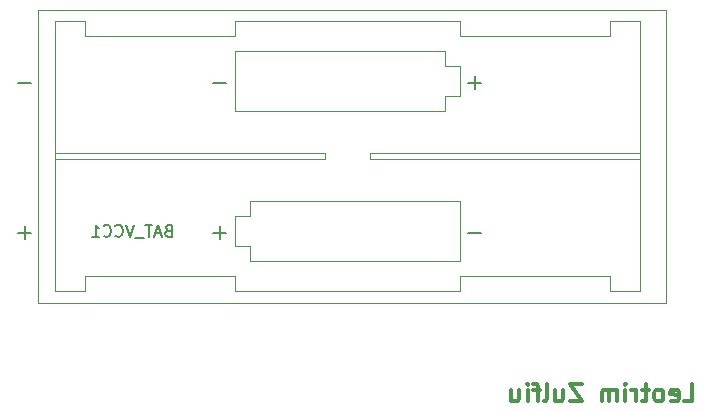
<source format=gbr>
G04 #@! TF.FileFunction,Legend,Bot*
%FSLAX46Y46*%
G04 Gerber Fmt 4.6, Leading zero omitted, Abs format (unit mm)*
G04 Created by KiCad (PCBNEW 4.0.7) date 01/15/18 20:31:51*
%MOMM*%
%LPD*%
G01*
G04 APERTURE LIST*
%ADD10C,0.100000*%
%ADD11C,0.300000*%
%ADD12C,0.120000*%
%ADD13C,0.150000*%
G04 APERTURE END LIST*
D10*
D11*
X118282171Y-108628571D02*
X118996457Y-108628571D01*
X118996457Y-107128571D01*
X117210743Y-108557143D02*
X117353600Y-108628571D01*
X117639314Y-108628571D01*
X117782171Y-108557143D01*
X117853600Y-108414286D01*
X117853600Y-107842857D01*
X117782171Y-107700000D01*
X117639314Y-107628571D01*
X117353600Y-107628571D01*
X117210743Y-107700000D01*
X117139314Y-107842857D01*
X117139314Y-107985714D01*
X117853600Y-108128571D01*
X116282171Y-108628571D02*
X116425029Y-108557143D01*
X116496457Y-108485714D01*
X116567886Y-108342857D01*
X116567886Y-107914286D01*
X116496457Y-107771429D01*
X116425029Y-107700000D01*
X116282171Y-107628571D01*
X116067886Y-107628571D01*
X115925029Y-107700000D01*
X115853600Y-107771429D01*
X115782171Y-107914286D01*
X115782171Y-108342857D01*
X115853600Y-108485714D01*
X115925029Y-108557143D01*
X116067886Y-108628571D01*
X116282171Y-108628571D01*
X115353600Y-107628571D02*
X114782171Y-107628571D01*
X115139314Y-107128571D02*
X115139314Y-108414286D01*
X115067886Y-108557143D01*
X114925028Y-108628571D01*
X114782171Y-108628571D01*
X114282171Y-108628571D02*
X114282171Y-107628571D01*
X114282171Y-107914286D02*
X114210743Y-107771429D01*
X114139314Y-107700000D01*
X113996457Y-107628571D01*
X113853600Y-107628571D01*
X113353600Y-108628571D02*
X113353600Y-107628571D01*
X113353600Y-107128571D02*
X113425029Y-107200000D01*
X113353600Y-107271429D01*
X113282172Y-107200000D01*
X113353600Y-107128571D01*
X113353600Y-107271429D01*
X112639314Y-108628571D02*
X112639314Y-107628571D01*
X112639314Y-107771429D02*
X112567886Y-107700000D01*
X112425028Y-107628571D01*
X112210743Y-107628571D01*
X112067886Y-107700000D01*
X111996457Y-107842857D01*
X111996457Y-108628571D01*
X111996457Y-107842857D02*
X111925028Y-107700000D01*
X111782171Y-107628571D01*
X111567886Y-107628571D01*
X111425028Y-107700000D01*
X111353600Y-107842857D01*
X111353600Y-108628571D01*
X109639314Y-107128571D02*
X108639314Y-107128571D01*
X109639314Y-108628571D01*
X108639314Y-108628571D01*
X107425029Y-107628571D02*
X107425029Y-108628571D01*
X108067886Y-107628571D02*
X108067886Y-108414286D01*
X107996458Y-108557143D01*
X107853600Y-108628571D01*
X107639315Y-108628571D01*
X107496458Y-108557143D01*
X107425029Y-108485714D01*
X106496457Y-108628571D02*
X106639315Y-108557143D01*
X106710743Y-108414286D01*
X106710743Y-107128571D01*
X106139315Y-107628571D02*
X105567886Y-107628571D01*
X105925029Y-108628571D02*
X105925029Y-107342857D01*
X105853601Y-107200000D01*
X105710743Y-107128571D01*
X105567886Y-107128571D01*
X105067886Y-108628571D02*
X105067886Y-107628571D01*
X105067886Y-107128571D02*
X105139315Y-107200000D01*
X105067886Y-107271429D01*
X104996458Y-107200000D01*
X105067886Y-107128571D01*
X105067886Y-107271429D01*
X103710743Y-107628571D02*
X103710743Y-108628571D01*
X104353600Y-107628571D02*
X104353600Y-108414286D01*
X104282172Y-108557143D01*
X104139314Y-108628571D01*
X103925029Y-108628571D01*
X103782172Y-108557143D01*
X103710743Y-108485714D01*
D12*
X116794000Y-75484000D02*
X116794000Y-100284000D01*
X63594000Y-75484000D02*
X116794000Y-75484000D01*
X63594000Y-100284000D02*
X63594000Y-75484000D01*
X116794000Y-100284000D02*
X63594000Y-100284000D01*
X80264000Y-78994000D02*
X80264000Y-84074000D01*
X80264000Y-84074000D02*
X98044000Y-84074000D01*
X98044000Y-84074000D02*
X98044000Y-82804000D01*
X98044000Y-82804000D02*
X99314000Y-82804000D01*
X99314000Y-82804000D02*
X99314000Y-80264000D01*
X99314000Y-80264000D02*
X98044000Y-80264000D01*
X98044000Y-80264000D02*
X98044000Y-78994000D01*
X98044000Y-78994000D02*
X80264000Y-78994000D01*
X99314000Y-95504000D02*
X99314000Y-91694000D01*
X99314000Y-91694000D02*
X81534000Y-91694000D01*
X81534000Y-91694000D02*
X81534000Y-92964000D01*
X81534000Y-92964000D02*
X80264000Y-92964000D01*
X80264000Y-92964000D02*
X80264000Y-95504000D01*
X80264000Y-95504000D02*
X81534000Y-95504000D01*
X81534000Y-95504000D02*
X81534000Y-96774000D01*
X81534000Y-96774000D02*
X99314000Y-96774000D01*
X99314000Y-96774000D02*
X99314000Y-95504000D01*
X65024000Y-88138000D02*
X87884000Y-88138000D01*
X87884000Y-88138000D02*
X87884000Y-87630000D01*
X87884000Y-87630000D02*
X65024000Y-87630000D01*
X114554000Y-88138000D02*
X91694000Y-88138000D01*
X91694000Y-88138000D02*
X91694000Y-87630000D01*
X91694000Y-87630000D02*
X114554000Y-87630000D01*
X80264000Y-77724000D02*
X80264000Y-76454000D01*
X80264000Y-76454000D02*
X99314000Y-76454000D01*
X99314000Y-76454000D02*
X99314000Y-77724000D01*
X112014000Y-98044000D02*
X99314000Y-98044000D01*
X99314000Y-98044000D02*
X99314000Y-99314000D01*
X99314000Y-99314000D02*
X80264000Y-99314000D01*
X80264000Y-99314000D02*
X80264000Y-98044000D01*
X112014000Y-77724000D02*
X99314000Y-77724000D01*
X67564000Y-98044000D02*
X80264000Y-98044000D01*
X67564000Y-98044000D02*
X67564000Y-99314000D01*
X67564000Y-99314000D02*
X65024000Y-99314000D01*
X65024000Y-99314000D02*
X65024000Y-76454000D01*
X65024000Y-76454000D02*
X67564000Y-76454000D01*
X67564000Y-76454000D02*
X67564000Y-77724000D01*
X67564000Y-77724000D02*
X80264000Y-77724000D01*
X114554000Y-99314000D02*
X112014000Y-99314000D01*
X112014000Y-99314000D02*
X112014000Y-98044000D01*
X114554000Y-99314000D02*
X114554000Y-76454000D01*
X114554000Y-76454000D02*
X112014000Y-76454000D01*
X112014000Y-76454000D02*
X112014000Y-77724000D01*
D13*
X74651809Y-94162571D02*
X74508952Y-94210190D01*
X74461333Y-94257810D01*
X74413714Y-94353048D01*
X74413714Y-94495905D01*
X74461333Y-94591143D01*
X74508952Y-94638762D01*
X74604190Y-94686381D01*
X74985143Y-94686381D01*
X74985143Y-93686381D01*
X74651809Y-93686381D01*
X74556571Y-93734000D01*
X74508952Y-93781619D01*
X74461333Y-93876857D01*
X74461333Y-93972095D01*
X74508952Y-94067333D01*
X74556571Y-94114952D01*
X74651809Y-94162571D01*
X74985143Y-94162571D01*
X74032762Y-94400667D02*
X73556571Y-94400667D01*
X74128000Y-94686381D02*
X73794667Y-93686381D01*
X73461333Y-94686381D01*
X73270857Y-93686381D02*
X72699428Y-93686381D01*
X72985143Y-94686381D02*
X72985143Y-93686381D01*
X72604190Y-94781619D02*
X71842285Y-94781619D01*
X71747047Y-93686381D02*
X71413714Y-94686381D01*
X71080380Y-93686381D01*
X70175618Y-94591143D02*
X70223237Y-94638762D01*
X70366094Y-94686381D01*
X70461332Y-94686381D01*
X70604190Y-94638762D01*
X70699428Y-94543524D01*
X70747047Y-94448286D01*
X70794666Y-94257810D01*
X70794666Y-94114952D01*
X70747047Y-93924476D01*
X70699428Y-93829238D01*
X70604190Y-93734000D01*
X70461332Y-93686381D01*
X70366094Y-93686381D01*
X70223237Y-93734000D01*
X70175618Y-93781619D01*
X69175618Y-94591143D02*
X69223237Y-94638762D01*
X69366094Y-94686381D01*
X69461332Y-94686381D01*
X69604190Y-94638762D01*
X69699428Y-94543524D01*
X69747047Y-94448286D01*
X69794666Y-94257810D01*
X69794666Y-94114952D01*
X69747047Y-93924476D01*
X69699428Y-93829238D01*
X69604190Y-93734000D01*
X69461332Y-93686381D01*
X69366094Y-93686381D01*
X69223237Y-93734000D01*
X69175618Y-93781619D01*
X68223237Y-94686381D02*
X68794666Y-94686381D01*
X68508952Y-94686381D02*
X68508952Y-93686381D01*
X68604190Y-93829238D01*
X68699428Y-93924476D01*
X68794666Y-93972095D01*
X101155428Y-94341143D02*
X100012571Y-94341143D01*
X79565428Y-94341143D02*
X78422571Y-94341143D01*
X78994000Y-94912571D02*
X78994000Y-93769714D01*
X101155428Y-81641143D02*
X100012571Y-81641143D01*
X100584000Y-82212571D02*
X100584000Y-81069714D01*
X79565428Y-81641143D02*
X78422571Y-81641143D01*
X63055428Y-94341143D02*
X61912571Y-94341143D01*
X62484000Y-94912571D02*
X62484000Y-93769714D01*
X63055428Y-81641143D02*
X61912571Y-81641143D01*
M02*

</source>
